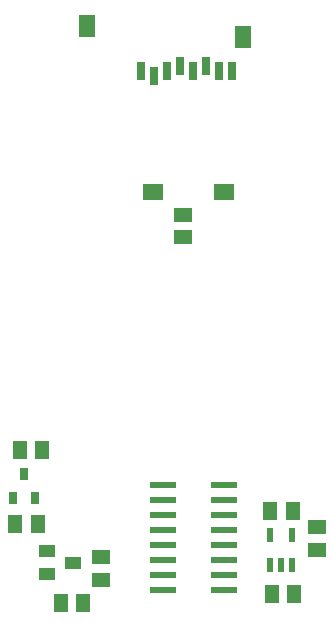
<source format=gbr>
G04 EAGLE Gerber RS-274X export*
G75*
%MOMM*%
%FSLAX34Y34*%
%LPD*%
%INSolderpaste Top*%
%IPPOS*%
%AMOC8*
5,1,8,0,0,1.08239X$1,22.5*%
G01*
%ADD10R,1.240000X1.500000*%
%ADD11R,0.550000X1.200000*%
%ADD12R,2.200000X0.600000*%
%ADD13R,1.400000X1.900000*%
%ADD14R,1.800000X1.400000*%
%ADD15R,0.700000X1.500000*%
%ADD16R,1.500000X1.240000*%
%ADD17R,0.635000X1.016000*%
%ADD18R,1.400000X1.000000*%


D10*
X56000Y213520D03*
X75000Y213520D03*
D11*
X267820Y115839D03*
X277320Y115839D03*
X286820Y115839D03*
X286820Y141841D03*
X267820Y141841D03*
D10*
X288440Y91660D03*
X269440Y91660D03*
X268060Y162230D03*
X287060Y162230D03*
D12*
X229210Y108110D03*
X177210Y133510D03*
X229210Y95410D03*
X229210Y120810D03*
X229210Y133510D03*
X177210Y120810D03*
X177210Y146210D03*
X177210Y158910D03*
X229210Y158910D03*
X177210Y184310D03*
X229210Y146210D03*
X229210Y171610D03*
X177210Y171610D03*
X229210Y184310D03*
X177210Y108110D03*
X177210Y95410D03*
D13*
X244990Y563370D03*
X112990Y572370D03*
D14*
X228990Y432370D03*
X168990Y432370D03*
D15*
X235990Y534370D03*
X224990Y534370D03*
X213990Y538370D03*
X202990Y534370D03*
X191990Y538370D03*
X180990Y534370D03*
X169990Y530370D03*
X158990Y534370D03*
D16*
X194090Y412570D03*
X194090Y393570D03*
D10*
X52280Y151030D03*
X71280Y151030D03*
D16*
X307340Y147930D03*
X307340Y128930D03*
X124460Y122530D03*
X124460Y103530D03*
D17*
X59690Y192880D03*
X69190Y172880D03*
X50190Y172880D03*
D18*
X101170Y118110D03*
X79170Y108610D03*
X79170Y127610D03*
D10*
X90830Y83820D03*
X109830Y83820D03*
M02*

</source>
